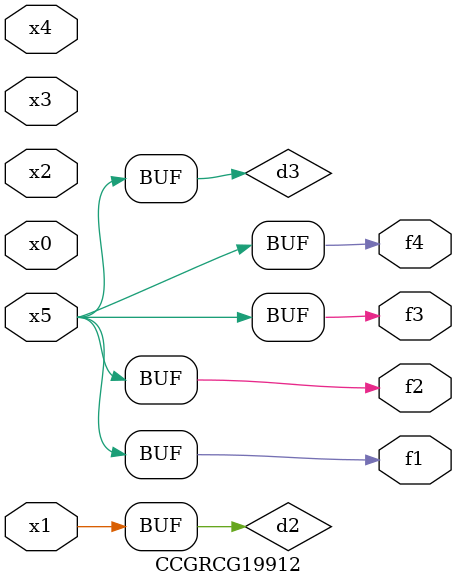
<source format=v>
module CCGRCG19912(
	input x0, x1, x2, x3, x4, x5,
	output f1, f2, f3, f4
);

	wire d1, d2, d3;

	not (d1, x5);
	or (d2, x1);
	xnor (d3, d1);
	assign f1 = d3;
	assign f2 = d3;
	assign f3 = d3;
	assign f4 = d3;
endmodule

</source>
